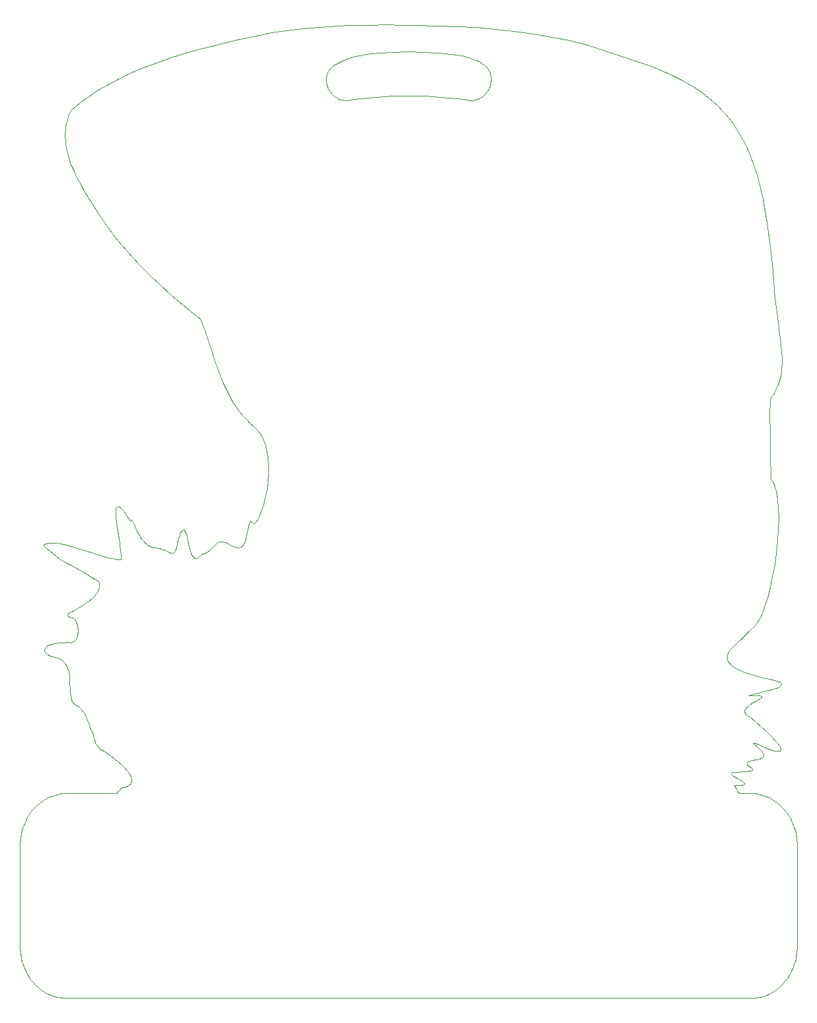
<source format=gbr>
%TF.GenerationSoftware,KiCad,Pcbnew,7.0.10*%
%TF.CreationDate,2024-02-21T12:16:21-06:00*%
%TF.ProjectId,B-Sides 2024,422d5369-6465-4732-9032-3032342e6b69,rev?*%
%TF.SameCoordinates,Original*%
%TF.FileFunction,Profile,NP*%
%FSLAX46Y46*%
G04 Gerber Fmt 4.6, Leading zero omitted, Abs format (unit mm)*
G04 Created by KiCad (PCBNEW 7.0.10) date 2024-02-21 12:16:21*
%MOMM*%
%LPD*%
G01*
G04 APERTURE LIST*
%TA.AperFunction,Profile*%
%ADD10C,0.123989*%
%TD*%
%TA.AperFunction,Profile*%
%ADD11C,0.090406*%
%TD*%
G04 APERTURE END LIST*
D10*
X71922668Y-95343479D02*
X71799856Y-94995232D01*
X56572201Y-98999310D02*
X57029539Y-99265545D01*
X57117292Y-116071633D02*
X57153897Y-116257120D01*
X141048269Y-41530189D02*
X140546534Y-40962677D01*
X56849737Y-112951531D02*
X56931109Y-113401145D01*
X81857339Y-91370678D02*
X81613141Y-92155905D01*
X56486143Y-43072709D02*
X56432236Y-43513481D01*
X52386491Y-130506166D02*
X52188520Y-130739599D01*
X144587352Y-115806978D02*
X145493618Y-115580486D01*
D11*
X110748692Y-38087122D02*
X110694965Y-38206000D01*
D10*
X76810814Y-96333452D02*
X76658182Y-96296267D01*
X145392631Y-154678863D02*
X145682754Y-154603969D01*
X148079646Y-122930875D02*
X148069569Y-122820703D01*
X56935732Y-105457967D02*
X56836325Y-105541654D01*
X145796266Y-52369373D02*
X145463515Y-50886136D01*
D11*
X91393950Y-34859314D02*
X91560537Y-34773630D01*
X109775178Y-34944406D02*
X110036287Y-35128246D01*
X90112133Y-38206173D02*
X90058391Y-38087267D01*
D10*
X147292050Y-129511143D02*
X147041334Y-129349485D01*
X144565443Y-122071228D02*
X144696349Y-122096686D01*
X60503305Y-102781814D02*
X60364468Y-102990485D01*
X146675315Y-79621950D02*
X146698338Y-78714777D01*
X147769522Y-153481732D02*
X147995533Y-153282313D01*
X63249566Y-91762852D02*
X63137549Y-91740583D01*
X145576576Y-105660967D02*
X145975333Y-104652543D01*
X55776434Y-109229306D02*
X55496883Y-109260724D01*
X147191686Y-88911299D02*
X147015851Y-88593009D01*
X54023621Y-154153540D02*
X54288954Y-154287942D01*
X63058484Y-128474208D02*
X63037598Y-128507458D01*
X147772584Y-91929648D02*
X147664307Y-90741017D01*
X53757914Y-110166867D02*
X53764953Y-110255487D01*
X142745516Y-127517714D02*
X142973300Y-127493971D01*
X51501212Y-151580581D02*
X51656611Y-151853534D01*
X142770121Y-43959707D02*
X141964016Y-42714560D01*
X57843794Y-106629234D02*
X57896216Y-106755870D01*
X70834108Y-96057966D02*
X70743881Y-96540459D01*
X142028228Y-109691740D02*
X144730911Y-107022146D01*
X60022387Y-103386108D02*
X59824936Y-103573133D01*
X50905164Y-133263246D02*
X50824738Y-133582989D01*
X144696349Y-122096686D02*
X145000566Y-122209908D01*
X132456070Y-35738542D02*
X131462826Y-35348373D01*
X144805929Y-116764088D02*
X145405911Y-116398840D01*
X141204070Y-111016411D02*
X141240107Y-110817131D01*
D11*
X91486705Y-39516698D02*
X91367810Y-39462811D01*
D10*
X134397597Y-36594317D02*
X133435302Y-36152471D01*
X56729548Y-105689265D02*
X56727972Y-105753263D01*
D11*
X90305827Y-38543273D02*
X90236019Y-38434344D01*
D10*
X53271843Y-129685813D02*
X53037226Y-129873062D01*
D11*
X89972751Y-36292988D02*
X90013733Y-36189626D01*
D10*
X55001825Y-109346055D02*
X54786033Y-109398862D01*
X148162423Y-114468700D02*
X148084117Y-114393246D01*
X143342492Y-127188825D02*
X143277796Y-127117426D01*
X111471981Y-30552720D02*
X109056142Y-30346609D01*
D11*
X90726766Y-39029626D02*
X90633554Y-38940688D01*
X106506457Y-39464650D02*
X104566242Y-39277906D01*
D10*
X147112705Y-77376863D02*
X147220035Y-77212487D01*
X70657587Y-96928021D02*
X70614806Y-97088802D01*
X81360775Y-82390256D02*
X81591610Y-82772101D01*
X143482794Y-113040134D02*
X142948545Y-112828440D01*
D11*
X96239434Y-39280057D02*
X94300186Y-39467376D01*
D10*
X57257362Y-116594862D02*
X57326958Y-116744967D01*
X60582956Y-122564643D02*
X60635872Y-122625091D01*
X144120501Y-125686257D02*
X144247757Y-125653963D01*
X145607107Y-116089606D02*
X145532458Y-116051578D01*
X64815440Y-93556298D02*
X64784348Y-93617811D01*
X143277796Y-127117426D02*
X143078802Y-126963360D01*
X145000566Y-122209908D02*
X146257431Y-122747801D01*
X63047723Y-91768836D02*
X62978548Y-91844225D01*
X147345801Y-76988217D02*
X147491617Y-76690471D01*
X142311147Y-127882623D02*
X142216744Y-127721305D01*
X118709286Y-31573612D02*
X116314797Y-31166861D01*
D11*
X91091094Y-35034717D02*
X91237555Y-34946351D01*
D10*
X147343706Y-89289543D02*
X147191686Y-88911299D01*
X62819155Y-57241461D02*
X63552022Y-58151103D01*
X142525843Y-128237466D02*
X142496290Y-128190528D01*
X64221907Y-127688230D02*
X63938051Y-127787949D01*
X62877556Y-92549422D02*
X62910929Y-93096797D01*
D11*
X90177047Y-35885663D02*
X90245806Y-35786466D01*
D10*
X57413694Y-109139387D02*
X57319056Y-109172745D01*
X64919274Y-93523204D02*
X64882639Y-93510533D01*
X64882639Y-93510533D02*
X64848115Y-93521052D01*
X147041337Y-154005301D02*
X147292054Y-153843643D01*
X50758104Y-133909074D02*
X50705632Y-134241083D01*
X142714696Y-128488327D02*
X142698701Y-128473141D01*
X142800804Y-128535270D02*
X142786848Y-128531636D01*
X53764953Y-110255487D02*
X53791396Y-110344041D01*
D11*
X105079677Y-33672007D02*
X105883176Y-33762740D01*
D10*
X57715276Y-106397236D02*
X57783507Y-106509350D01*
X57167389Y-47921217D02*
X57526279Y-48786159D01*
X58005099Y-108169721D02*
X57976178Y-108303467D01*
D11*
X90599382Y-35400964D02*
X90708710Y-35307534D01*
X91990543Y-39673771D02*
X91860682Y-39643611D01*
D10*
X63423762Y-96697857D02*
X63509295Y-97401279D01*
D11*
X110426522Y-38648216D02*
X110346871Y-38749603D01*
X105883176Y-33762740D02*
X106607318Y-33870740D01*
D10*
X138018944Y-38724060D02*
X137153629Y-38128953D01*
X138852706Y-39367880D02*
X138018944Y-38724060D01*
X56314629Y-154806369D02*
X56623613Y-154815092D01*
D11*
X91733310Y-39607267D02*
X91608594Y-39564907D01*
D10*
X56642566Y-112320383D02*
X56724795Y-112523562D01*
D11*
X91560537Y-34773630D02*
X91737577Y-34689324D01*
D10*
X56400291Y-109191733D02*
X56077523Y-109206125D01*
X147004015Y-100728463D02*
X147271244Y-99235426D01*
X75521693Y-96791707D02*
X75375487Y-96969861D01*
X55709509Y-154737839D02*
X56009804Y-154780479D01*
X56979856Y-113863803D02*
X57006924Y-114330900D01*
X142515129Y-125788110D02*
X143217819Y-125784307D01*
X58043093Y-107454716D02*
X58049970Y-107600494D01*
X54417212Y-109521990D02*
X54263899Y-109591204D01*
X56542021Y-45725331D02*
X56630937Y-46167063D01*
D11*
X108685091Y-39695508D02*
X108550818Y-39712599D01*
D10*
X54288954Y-129066851D02*
X54023620Y-129201254D01*
X143345920Y-127372034D02*
X143380843Y-127316833D01*
X144065834Y-118716001D02*
X143836128Y-118590828D01*
X145405911Y-116398840D02*
X145584591Y-116252998D01*
X145073836Y-49427514D02*
X144618442Y-47999533D01*
X144183128Y-154815092D02*
X144492114Y-154806369D01*
X80459998Y-93836211D02*
X80360910Y-93749418D01*
X145126736Y-124192843D02*
X145376619Y-124140645D01*
X73234119Y-98410866D02*
X73097928Y-98408401D01*
X58926667Y-104250166D02*
X58453013Y-104546550D01*
X147472655Y-89723441D02*
X147343706Y-89289543D01*
D11*
X90061270Y-36087268D02*
X90115622Y-35985939D01*
D10*
X145584591Y-116252998D02*
X145629002Y-116190734D01*
X149807733Y-150404538D02*
X149901581Y-150091552D01*
X74425710Y-69520360D02*
X75038280Y-71340185D01*
D11*
X110173700Y-38940196D02*
X110080518Y-39029065D01*
D10*
X60211022Y-121766078D02*
X60258012Y-121923037D01*
X145159789Y-106462294D02*
X145576576Y-105660967D01*
D11*
X110501326Y-38542993D02*
X110426522Y-38648216D01*
D10*
X113896947Y-30826350D02*
X111471981Y-30552720D01*
X74824538Y-97500326D02*
X74704099Y-97577139D01*
X53770421Y-110078736D02*
X53757914Y-110166867D01*
D11*
X89857055Y-36823977D02*
X89869165Y-36715972D01*
X91237555Y-34946351D02*
X91393950Y-34859314D01*
D10*
X145975333Y-104652543D02*
X146350119Y-103471399D01*
X63599928Y-127871527D02*
X63489078Y-127976226D01*
X116314797Y-31166861D02*
X113896947Y-30826350D01*
X136259684Y-37578399D02*
X135340032Y-37068240D01*
X145967236Y-154513573D02*
X146245706Y-154408092D01*
X58028821Y-107309583D02*
X58043093Y-107454716D01*
D11*
X91367810Y-39462811D02*
X91252078Y-39403411D01*
D10*
X148098879Y-114757682D02*
X148165957Y-114687285D01*
D11*
X90322160Y-35688373D02*
X90406367Y-35591408D01*
D10*
X63018567Y-128539701D02*
X56623613Y-128539701D01*
D11*
X90406367Y-35591408D02*
X90498687Y-35495596D01*
D10*
X141753258Y-125961960D02*
X141809088Y-125911225D01*
X148084117Y-114393246D02*
X147962811Y-114316431D01*
X146478388Y-115343281D02*
X146946984Y-115219894D01*
X148228675Y-72659875D02*
X148183841Y-71860019D01*
X55091750Y-111104273D02*
X55322249Y-111155590D01*
D11*
X91608594Y-39564907D02*
X91486705Y-39516698D01*
D10*
X144946490Y-106774553D02*
X145159789Y-106462294D01*
X142786848Y-128531636D02*
X142772942Y-128526612D01*
X54131128Y-109664782D02*
X54018756Y-109742168D01*
X80360910Y-93749418D02*
X80273626Y-93701415D01*
X73382487Y-98360912D02*
X73234119Y-98410866D01*
X71586951Y-94739397D02*
X71504841Y-94744386D01*
D11*
X96506875Y-33633784D02*
X98368340Y-33521049D01*
D10*
X147737927Y-123140941D02*
X147885829Y-123126667D01*
X145910692Y-123697142D02*
X145902546Y-123582471D01*
X76518733Y-96275002D02*
X76391303Y-96268607D01*
X62879527Y-92319349D02*
X62877556Y-92549422D01*
X146946984Y-115219894D02*
X147371330Y-115092908D01*
X53514694Y-129511151D02*
X53271843Y-129685813D01*
X147490740Y-97707179D02*
X147656563Y-96178100D01*
X143816891Y-124919835D02*
X143767293Y-124861259D01*
X80088071Y-81082782D02*
X80474864Y-81422167D01*
X95180563Y-30039807D02*
X92714546Y-30104362D01*
X76267694Y-74989012D02*
X76621023Y-75879662D01*
D11*
X89909409Y-36502622D02*
X89938062Y-36397328D01*
D10*
X60702946Y-101375479D02*
X60759560Y-101628419D01*
X63586150Y-124826123D02*
X64009613Y-125234623D01*
X56545340Y-112125842D02*
X56642566Y-112320383D01*
X73909372Y-97848555D02*
X73719240Y-98084554D01*
X145902546Y-123582471D02*
X145865450Y-123462655D01*
X77576473Y-96662359D02*
X77359458Y-96551009D01*
X77008199Y-76753643D02*
X77436951Y-77606931D01*
X147271244Y-99235426D02*
X147490740Y-97707179D01*
X63509295Y-97401279D02*
X63560409Y-98035894D01*
X142624325Y-128383527D02*
X142602353Y-128352837D01*
X54822564Y-97829045D02*
X55244525Y-98142016D01*
X76658182Y-96296267D02*
X76518733Y-96275002D01*
X72858581Y-98265401D02*
X72753680Y-98134462D01*
X59745007Y-120471227D02*
X59818764Y-120601179D01*
X146815460Y-88338968D02*
X146727738Y-84743613D01*
X63564784Y-98574613D02*
X63007783Y-98531159D01*
X141908902Y-125867768D02*
X142056987Y-125832294D01*
X57729274Y-108869952D02*
X57659982Y-108955676D01*
X148618228Y-152615195D02*
X148806112Y-152371258D01*
X59855494Y-120660108D02*
X59889348Y-120721891D01*
X78450100Y-79235336D02*
X79049954Y-80002407D01*
X50705632Y-149113717D02*
X50758104Y-149445725D01*
X59202983Y-118984174D02*
X59300060Y-119233366D01*
D11*
X95653052Y-33716170D02*
X96506875Y-33633784D01*
D10*
X68392949Y-63207266D02*
X70135256Y-64766043D01*
X78456316Y-97040102D02*
X78261830Y-96997657D01*
X50999012Y-132950259D02*
X50905164Y-133263246D01*
X58374496Y-50478996D02*
X58843469Y-51301782D01*
X54839510Y-154513573D02*
X55123992Y-154603969D01*
X54263899Y-109591204D02*
X54131128Y-109664782D01*
X51357382Y-151298788D02*
X51501212Y-151580581D01*
X63950329Y-92424880D02*
X63734154Y-92166658D01*
D11*
X110955988Y-37180632D02*
X110945640Y-37316916D01*
X109667749Y-39337757D02*
X109555389Y-39402391D01*
D10*
X70280770Y-97695288D02*
X70222789Y-97720265D01*
X70135256Y-64766043D02*
X71919467Y-66276190D01*
X142729961Y-128501053D02*
X142714696Y-128488327D01*
X53037227Y-153481732D02*
X53271843Y-153668981D01*
X65619804Y-94923696D02*
X65092221Y-93774988D01*
X135340032Y-37068240D02*
X134397597Y-36594317D01*
D11*
X110596790Y-35717979D02*
X110718401Y-35926299D01*
D10*
X56931109Y-113401145D02*
X56979856Y-113863803D01*
X52594180Y-130283655D02*
X52386491Y-130506166D01*
D11*
X107238590Y-33996000D02*
X107790399Y-34134166D01*
X94300186Y-39467376D02*
X93390973Y-39588984D01*
D10*
X78047599Y-96916834D02*
X77812496Y-96794874D01*
X55871090Y-96555797D02*
X55265672Y-96452637D01*
X148183841Y-71860019D02*
X148104102Y-71027712D01*
X70743881Y-96540459D02*
X70657587Y-96928021D01*
X64308822Y-59039783D02*
X65087874Y-59908601D01*
X147314280Y-114077443D02*
X146618133Y-113910612D01*
D11*
X92257055Y-39714867D02*
X92122723Y-39697579D01*
D10*
X54561041Y-154408092D02*
X54839510Y-154513573D01*
X50636899Y-148086309D02*
X50644659Y-148433592D01*
X143836128Y-118590828D02*
X143662686Y-118464130D01*
X60754999Y-122736897D02*
X60821744Y-122787825D01*
X141809088Y-125911225D02*
X141908902Y-125867768D01*
X72657464Y-97970294D02*
X72569060Y-97777694D01*
X75398041Y-32659275D02*
X72673551Y-33380240D01*
X56150002Y-111604796D02*
X56300426Y-111766973D01*
X143753853Y-125741816D02*
X144120501Y-125686257D01*
X77812496Y-96794874D02*
X77576473Y-96662359D01*
X60821744Y-122787825D02*
X60893634Y-122835150D01*
X148137390Y-74542531D02*
X148182748Y-74177465D01*
X68531224Y-34698560D02*
X67159450Y-35209664D01*
X129445992Y-34622676D02*
X127408187Y-33942110D01*
D11*
X92122723Y-39697579D02*
X91990543Y-39673771D01*
X107790399Y-34134166D02*
X108286970Y-34280691D01*
D10*
X78037290Y-32044813D02*
X75398041Y-32659275D01*
X58263460Y-117558123D02*
X58372320Y-117661751D01*
X150048640Y-133909066D02*
X149982006Y-133582982D01*
X149305533Y-131774207D02*
X149150134Y-131501253D01*
D11*
X108550818Y-39712599D02*
X108414565Y-39722988D01*
D10*
X144492114Y-154806369D02*
X144796940Y-154780479D01*
X143380843Y-127316833D02*
X143378271Y-127255529D01*
X133435302Y-36152471D02*
X132456070Y-35738542D01*
X57896216Y-106755870D02*
X57940851Y-106888240D01*
X67875116Y-97043440D02*
X67672089Y-97006400D01*
X66241040Y-95961849D02*
X66008254Y-95623604D01*
X57584235Y-109029836D02*
X57502113Y-109091412D01*
D11*
X90380653Y-38648540D02*
X90305827Y-38543273D01*
D10*
X56473728Y-45282961D02*
X56542021Y-45725331D01*
X141313869Y-110609512D02*
X141427459Y-110393358D01*
X143986815Y-124450729D02*
X144134897Y-124393866D01*
X80476871Y-31487799D02*
X79257094Y-31752393D01*
X72569060Y-97777694D02*
X72412197Y-97326393D01*
X145967234Y-128841212D02*
X145682752Y-128750817D01*
X141964016Y-42714560D02*
X141048269Y-41530189D01*
X78932567Y-96964718D02*
X78790557Y-97020876D01*
X55238728Y-109299825D02*
X55001825Y-109346055D01*
D11*
X109439700Y-39461672D02*
X109320850Y-39515432D01*
X108947022Y-39641897D02*
X108817215Y-39671885D01*
D10*
X68637082Y-97201392D02*
X68463525Y-97154360D01*
X63154516Y-36987715D02*
X61876189Y-37669059D01*
D11*
X110880080Y-36358762D02*
X110925577Y-36582308D01*
D10*
X66502351Y-96275870D02*
X66367998Y-96122657D01*
X82390287Y-85498238D02*
X82464205Y-86508925D01*
X51656611Y-151853534D02*
X51823209Y-152117232D01*
X50667694Y-134578599D02*
X50644659Y-134921208D01*
X149700834Y-150710350D02*
X149807733Y-150404538D01*
X148212568Y-153071139D02*
X148420256Y-152848628D01*
X57974020Y-97126342D02*
X57237306Y-96903943D01*
X137153629Y-38128953D02*
X136259684Y-37578399D01*
X58027017Y-108031533D02*
X58005099Y-108169721D01*
X59440249Y-39177489D02*
X58294549Y-40008822D01*
X147544072Y-123126681D02*
X147737927Y-123140941D01*
X50999012Y-150404538D02*
X51105911Y-150710350D01*
X142056987Y-125832294D02*
X142515129Y-125788110D01*
X50824738Y-133582989D02*
X50758104Y-133909074D01*
X75038280Y-71340185D02*
X75631665Y-73173797D01*
X52188520Y-130739599D02*
X52000635Y-130983537D01*
D11*
X91737577Y-34689324D02*
X91925330Y-34606422D01*
D10*
X53904681Y-96562336D02*
X53760046Y-96656572D01*
X58824211Y-118234820D02*
X58967471Y-118481314D01*
X68463525Y-97154360D02*
X68278974Y-97111664D01*
X149700833Y-132644439D02*
X149581253Y-132346217D01*
X56679999Y-42195317D02*
X56568307Y-42633214D01*
X145386249Y-122839060D02*
X145132455Y-122606273D01*
X143475371Y-45259603D02*
X142770121Y-43959707D01*
X144554942Y-122087649D02*
X144565443Y-122071228D01*
X58886247Y-100294240D02*
X59806579Y-100819080D01*
X146660941Y-122894445D02*
X147008162Y-123005257D01*
X57462139Y-106117690D02*
X57554671Y-106200388D01*
X53854643Y-109906154D02*
X53802617Y-109991648D01*
X79271673Y-96643139D02*
X79171998Y-96773093D01*
X79614713Y-95762184D02*
X79504056Y-96149777D01*
X62978548Y-91844225D02*
X62928483Y-91963365D01*
D11*
X108731019Y-34435276D02*
X109125259Y-34597622D01*
X89847560Y-37042525D02*
X89849940Y-36932837D01*
D10*
X82464205Y-86508925D02*
X82459222Y-87535174D01*
X70482605Y-97451617D02*
X70435773Y-97536179D01*
X145097234Y-128616947D02*
X144796939Y-128574306D01*
D11*
X110444378Y-35515331D02*
X110596790Y-35717979D01*
X108286970Y-34280691D02*
X108731019Y-34435276D01*
D10*
X53271843Y-153668981D02*
X53514695Y-153843643D01*
X80474864Y-81422167D02*
X80803696Y-81712632D01*
D11*
X90498687Y-35495596D02*
X90599382Y-35400964D01*
D10*
X150169845Y-135268484D02*
X150162085Y-134921200D01*
X81964342Y-83608571D02*
X82108827Y-84057882D01*
D11*
X110571113Y-38434104D02*
X110501326Y-38542993D01*
D10*
X147962811Y-114316431D02*
X147795843Y-114238218D01*
X53514695Y-153843643D02*
X53765411Y-154005301D01*
X150162085Y-134921200D02*
X150139050Y-134578592D01*
X97656249Y-30023231D02*
X95180563Y-30039807D01*
X76621023Y-75879662D02*
X77008199Y-76753643D01*
X56404102Y-44397582D02*
X56427332Y-44840271D01*
X147015851Y-88593009D02*
X146815460Y-88338968D01*
X142814964Y-128537725D02*
X142800804Y-128535270D01*
D11*
X109320850Y-39515432D02*
X109199008Y-39563502D01*
D10*
X67294296Y-96874133D02*
X67119003Y-96781984D01*
X59391701Y-103925790D02*
X58926667Y-104250166D01*
X56623613Y-154815092D02*
X144183128Y-154815092D01*
X146727738Y-84743613D02*
X146677357Y-81842532D01*
X144608573Y-113400173D02*
X144041745Y-113230190D01*
D11*
X90460329Y-38749977D02*
X90380653Y-38648540D01*
D10*
X57326958Y-116744967D02*
X57410288Y-116881126D01*
X145803418Y-123339198D02*
X145620611Y-123087381D01*
X81352158Y-92829161D02*
X81084741Y-93369191D01*
D11*
X110951134Y-36810332D02*
X110959465Y-37042536D01*
X102328178Y-33503496D02*
X104210336Y-33598550D01*
D10*
X143947003Y-125035385D02*
X143816891Y-124919835D01*
D11*
X109472408Y-34767432D02*
X109775178Y-34944406D01*
X90633554Y-38940688D02*
X90544685Y-38847416D01*
D10*
X75216772Y-97152944D02*
X75129812Y-97243711D01*
X67159450Y-35209664D02*
X65802102Y-35760142D01*
X70435773Y-97536179D02*
X70386819Y-97604285D01*
D11*
X98292451Y-39167350D02*
X96239434Y-39280057D01*
D10*
X60258012Y-121923037D02*
X60311677Y-122076776D01*
D11*
X110346871Y-38749603D02*
X110262541Y-38846985D01*
D10*
X146245703Y-128946693D02*
X145967234Y-128841212D01*
X57200131Y-116431888D02*
X57257362Y-116594862D01*
X146733691Y-58427932D02*
X146326123Y-55385584D01*
X63037598Y-128507458D02*
X63018567Y-128539701D01*
X81084741Y-93369191D02*
X80821244Y-93754740D01*
X71504841Y-94744386D02*
X71415706Y-94802505D01*
X56405313Y-43955212D02*
X56404102Y-44397582D01*
X71318673Y-94918551D02*
X71212870Y-95097323D01*
X149982007Y-149771809D02*
X150048641Y-149445725D01*
X106665675Y-30208657D02*
X104316822Y-30139502D01*
X143929923Y-116025213D02*
X144216887Y-115916974D01*
X143767293Y-124861259D02*
X143731974Y-124802357D01*
X142681822Y-128455281D02*
X142663904Y-128434535D01*
X141395099Y-111734051D02*
X141301271Y-111566172D01*
D11*
X90236019Y-38434344D02*
X90171398Y-38321921D01*
D10*
X141983775Y-126300154D02*
X141806788Y-126150789D01*
X69865564Y-97681477D02*
X69682979Y-97608989D01*
X127408187Y-33942110D02*
X125372798Y-33273401D01*
X77359458Y-96551009D02*
X77160287Y-96459773D01*
X147664307Y-90741017D02*
X147472655Y-89723441D01*
X60693130Y-122682580D02*
X60754999Y-122736897D01*
X74428210Y-97711382D02*
X74270430Y-97766714D01*
X72153812Y-96293714D02*
X71922668Y-95343479D01*
X60311677Y-122076776D02*
X60374157Y-122225573D01*
X147324883Y-65139099D02*
X147216924Y-63972990D01*
X79504056Y-96149777D02*
X79436575Y-96328724D01*
X142772942Y-128526612D02*
X142758929Y-128519982D01*
X75036230Y-97332563D02*
X74934860Y-97418451D01*
X56724795Y-112523562D02*
X56793396Y-112734303D01*
D11*
X90925547Y-39193825D02*
X90824153Y-39114061D01*
D10*
X141782535Y-109934668D02*
X142028228Y-109691740D01*
X60447590Y-122367707D02*
X60489082Y-122435736D01*
X148618225Y-130739591D02*
X148420253Y-130506159D01*
X62111904Y-56309756D02*
X62819155Y-57241461D01*
D11*
X89931998Y-37713286D02*
X89902039Y-37583431D01*
D10*
X144088549Y-46608220D02*
X143475371Y-45259603D01*
X146517793Y-154287942D02*
X146783127Y-154153540D01*
X79974841Y-93946810D02*
X79898521Y-94220042D01*
D11*
X94166796Y-33933017D02*
X94868522Y-33815911D01*
D10*
X66008254Y-95623604D02*
X65801880Y-95273449D01*
X74092908Y-68625677D02*
X74425710Y-69520360D01*
X141427459Y-110393358D02*
X141582980Y-110168475D01*
X145234898Y-116002681D02*
X144711845Y-115992779D01*
X149982006Y-133582982D02*
X149901580Y-133263238D01*
X80020003Y-93842197D02*
X79974841Y-93946810D01*
X62895989Y-92122868D02*
X62879527Y-92319349D01*
X76069470Y-96328150D02*
X75978462Y-96370744D01*
D11*
X89878448Y-37451260D02*
X89861392Y-37316940D01*
D10*
X63938051Y-127787949D02*
X63599928Y-127871527D01*
X71662908Y-94782740D02*
X71586951Y-94739397D01*
X72412197Y-97326393D02*
X72153812Y-96293714D01*
X63106208Y-128404463D02*
X63081322Y-128439895D01*
X150169845Y-148086309D02*
X150169845Y-135268484D01*
X52188520Y-152615195D02*
X52386492Y-152848628D01*
D11*
X110036287Y-35128246D02*
X110258448Y-35318654D01*
X89869165Y-36715972D02*
X89886529Y-36608845D01*
D10*
X56965262Y-105906456D02*
X57134688Y-105944708D01*
X56009803Y-128574314D02*
X55709509Y-128616955D01*
X55414114Y-128675930D02*
X55123991Y-128750824D01*
X144405032Y-125581120D02*
X144441012Y-125540881D01*
X144321101Y-124337914D02*
X144548406Y-124283027D01*
D11*
X110905003Y-37583373D02*
X110875052Y-37713209D01*
D10*
X76167836Y-96296230D02*
X76069470Y-96328150D01*
X62201208Y-123713914D02*
X62660350Y-124056666D01*
X54684413Y-110983736D02*
X54879091Y-111046804D01*
X149449363Y-132056000D02*
X149305533Y-131774207D01*
X147995529Y-130072474D02*
X147769518Y-129873054D01*
X54507859Y-110915623D02*
X54684413Y-110983736D01*
X63083823Y-94445654D02*
X63316126Y-95952720D01*
X50824738Y-149771809D02*
X50905164Y-150091552D01*
X63390687Y-128073974D02*
X63303980Y-128165223D01*
X58843469Y-51301782D02*
X59820255Y-52887312D01*
X144796940Y-154780479D02*
X145097236Y-154737839D01*
X121064173Y-32045965D02*
X118709286Y-31573612D01*
X56568307Y-42633214D02*
X56486143Y-43072709D01*
X75978462Y-96370744D02*
X75893647Y-96422962D01*
X57894485Y-117277285D02*
X58024844Y-117365442D01*
X143448110Y-117950441D02*
X143493406Y-117822382D01*
X72673551Y-33380240D02*
X71294231Y-33785973D01*
D11*
X109199008Y-39563502D02*
X109074342Y-39605713D01*
D10*
X148182748Y-74177465D02*
X148230883Y-73431087D01*
X57554671Y-106200388D02*
X57639023Y-106293910D01*
X57029539Y-99265545D02*
X58886247Y-100294240D01*
X58570654Y-117881337D02*
X58660730Y-117996399D01*
X61398427Y-123157877D02*
X62201208Y-123713914D01*
X148983538Y-152117232D02*
X149150136Y-151853534D01*
X69682979Y-97608989D02*
X69230239Y-97412086D01*
X65887495Y-60758657D02*
X66706002Y-61591053D01*
X150101112Y-134241075D02*
X150048640Y-133909066D01*
X82253966Y-89549335D02*
X82074398Y-90494736D01*
X54728103Y-96411812D02*
X54488525Y-96418303D01*
X143146437Y-127461307D02*
X143269214Y-127420427D01*
X147041334Y-129349485D02*
X146783124Y-129201246D01*
D11*
X90171398Y-38321921D02*
X90112133Y-38206173D01*
D10*
X148230883Y-73431087D02*
X148228675Y-72659875D01*
X78632182Y-97046922D02*
X78456316Y-97040102D01*
X57572552Y-105056502D02*
X57212098Y-105270651D01*
X55496883Y-109260724D02*
X55238728Y-109299825D01*
X64958286Y-93557524D02*
X64919274Y-93523204D01*
X143217819Y-125784307D02*
X143753853Y-125741816D01*
X57111435Y-109191534D02*
X56744881Y-109186685D01*
D11*
X90544685Y-38847416D02*
X90460329Y-38749977D01*
D10*
X147371330Y-115092908D02*
X147730135Y-114962016D01*
X53837100Y-110431978D02*
X53901924Y-110518742D01*
D11*
X90013733Y-36189626D02*
X90061270Y-36087268D01*
X109555389Y-39402391D02*
X109439700Y-39461672D01*
D10*
X144041745Y-113230190D02*
X143482794Y-113040134D01*
X63303980Y-128165223D02*
X63228181Y-128250420D01*
X142578719Y-128318407D02*
X142553268Y-128280021D01*
X65802102Y-35760142D02*
X64465139Y-36352117D01*
X55709509Y-128616955D02*
X55414114Y-128675930D01*
X57977778Y-107025328D02*
X58007075Y-107166115D01*
X143793093Y-124566566D02*
X143873874Y-124508347D01*
X79049954Y-80002407D02*
X79376582Y-80372399D01*
X149449365Y-151298788D02*
X149581254Y-151008572D01*
X56793396Y-112734303D02*
X56849737Y-112951531D01*
X76274726Y-96276032D02*
X76167836Y-96296230D01*
X72753680Y-98134462D02*
X72657464Y-97970294D01*
X144370088Y-125358084D02*
X144247444Y-125255747D01*
X74704099Y-97577139D02*
X74572378Y-97647840D01*
X64868646Y-127150709D02*
X64774864Y-127303611D01*
X145865450Y-123462655D02*
X145803418Y-123339198D01*
X147534905Y-153668981D02*
X147769522Y-153481732D01*
X59889348Y-120721891D02*
X59949496Y-120853162D01*
D11*
X92124055Y-34524948D02*
X92334013Y-34444927D01*
D10*
X142602353Y-128352837D02*
X142578719Y-128318407D01*
X63316126Y-95952720D02*
X63423762Y-96697857D01*
D11*
X110945640Y-37316916D02*
X110928588Y-37451219D01*
D10*
X59806579Y-100819080D02*
X60258631Y-101092183D01*
X148076551Y-74902816D02*
X148137390Y-74542531D01*
X140546534Y-40962677D02*
X140014094Y-40412620D01*
D11*
X109776610Y-39267939D02*
X109667749Y-39337757D01*
X91925330Y-34606422D02*
X92124055Y-34524948D01*
D10*
X58007075Y-107166115D02*
X58028821Y-107309583D01*
X59949496Y-120853162D02*
X60001348Y-120993270D01*
X66706002Y-61591053D02*
X67541714Y-62406889D01*
X147851460Y-122381000D02*
X147724744Y-122204118D01*
X56121089Y-98724846D02*
X56572201Y-98999310D01*
X148054105Y-123019810D02*
X148079646Y-122930875D01*
X148212565Y-130283647D02*
X147995529Y-130072474D01*
X60047043Y-121140492D02*
X60211022Y-121766078D01*
X75737936Y-96552077D02*
X75664710Y-96626875D01*
X60364468Y-102990485D02*
X60203196Y-103191904D01*
X59606800Y-120131527D02*
X59675156Y-120313481D01*
X64936602Y-126814690D02*
X64921658Y-126987356D01*
X146080873Y-53871198D02*
X145796266Y-52369373D01*
X59537524Y-119928952D02*
X59606800Y-120131527D01*
X142216744Y-127721305D02*
X142108848Y-127535620D01*
X144442558Y-125453542D02*
X144414085Y-125406750D01*
X147904573Y-75610949D02*
X147999267Y-75258797D01*
X56744881Y-109186685D02*
X56400291Y-109191733D01*
X60759560Y-101628419D02*
X60776357Y-101873891D01*
X55979109Y-111455559D02*
X56150002Y-111604796D01*
X145682752Y-128750817D02*
X145392629Y-128675923D01*
X143716094Y-124684188D02*
X143741494Y-124625231D01*
X73543903Y-98253741D02*
X73382487Y-98360912D01*
X141831419Y-112194293D02*
X141662276Y-112047915D01*
X143493406Y-117822382D02*
X143569935Y-117695305D01*
X63194130Y-128290891D02*
X63162516Y-128330017D01*
X72973039Y-98358313D02*
X72858581Y-98265401D01*
X79359489Y-96494097D02*
X79271673Y-96643139D01*
X75813860Y-96483756D02*
X75737936Y-96552077D01*
X58294549Y-40008822D02*
X57204970Y-40894401D01*
X79436575Y-96328724D02*
X79359489Y-96494097D01*
X143078802Y-126963360D02*
X142522485Y-126629877D01*
D11*
X89851042Y-37180639D02*
X89847564Y-37042526D01*
D10*
X147491617Y-76690471D02*
X147659095Y-76305666D01*
X60616809Y-102565856D02*
X60503305Y-102781814D01*
X60776357Y-101873891D02*
X60756232Y-102111931D01*
X59300060Y-119233366D02*
X59386567Y-119476284D01*
X146245706Y-154408092D02*
X146517793Y-154287942D01*
X60756232Y-102111931D02*
X60702084Y-102342573D01*
X144183128Y-128539694D02*
X142912933Y-128539694D01*
X148069569Y-122820703D02*
X148026456Y-122691117D01*
X59824936Y-103573133D02*
X59391701Y-103925790D01*
D11*
X110080518Y-39029065D02*
X109983164Y-39113424D01*
D10*
X144548406Y-124283027D02*
X144819793Y-124229360D01*
X50644659Y-134921208D02*
X50636899Y-135268492D01*
X60374157Y-122225573D02*
X60409370Y-122297581D01*
X74270430Y-97766714D02*
X74097872Y-97812788D01*
X54018756Y-109742168D02*
X53926642Y-109822810D01*
X71733585Y-94869618D02*
X71662908Y-94782740D01*
X71294231Y-33785973D02*
X69911470Y-34224704D01*
X57526279Y-48786159D02*
X57932040Y-49639604D01*
X147990360Y-123085682D02*
X148027169Y-123055742D01*
D11*
X91030778Y-39268750D02*
X90925547Y-39193825D01*
D10*
X145620611Y-123087381D02*
X145386249Y-122839060D01*
X148002108Y-114826910D02*
X148098879Y-114757682D01*
X142973300Y-127493971D02*
X143146437Y-127461307D01*
D11*
X89968155Y-37840655D02*
X89931998Y-37713286D01*
D10*
X144134897Y-124393866D02*
X144321101Y-124337914D01*
D11*
X110796728Y-37965252D02*
X110748692Y-38087122D01*
D10*
X53901924Y-110518742D02*
X53985726Y-110603782D01*
D11*
X90954306Y-35124386D02*
X91091094Y-35034717D01*
D10*
X147803425Y-93254957D02*
X147772584Y-91929648D01*
X141240107Y-110817131D02*
X141313869Y-110609512D01*
X56764801Y-105810769D02*
X56842932Y-105861821D01*
X144796939Y-128574306D02*
X144492113Y-128548416D01*
X56997058Y-41325591D02*
X56822492Y-41759336D01*
X148420256Y-152848628D02*
X148618228Y-152615195D01*
X56623613Y-128539701D02*
X56314629Y-128548424D01*
D11*
X108817215Y-39671885D02*
X108685091Y-39695508D01*
D10*
X66367998Y-96122657D02*
X66241040Y-95961849D01*
X147216924Y-63972990D02*
X147135809Y-62743960D01*
D11*
X91860682Y-39643611D02*
X91733310Y-39607267D01*
D10*
X52811216Y-153282313D02*
X53037227Y-153481732D01*
X55244525Y-98142016D02*
X55677948Y-98439848D01*
X149150134Y-131501253D02*
X148983536Y-131237555D01*
X145532458Y-116051578D02*
X145409779Y-116022464D01*
X74097872Y-97812788D02*
X73909372Y-97848555D01*
D11*
X110718401Y-35926299D02*
X110811926Y-36139993D01*
D10*
X57783507Y-106509350D02*
X57843794Y-106629234D01*
D11*
X89886529Y-36608845D02*
X89909409Y-36502622D01*
X92555464Y-34366384D02*
X92788667Y-34289344D01*
D10*
X60534115Y-122501453D02*
X60582956Y-122564643D01*
X147016717Y-121393666D02*
X146578179Y-120952225D01*
X99312808Y-30034041D02*
X97656249Y-30023231D01*
X143662686Y-118464130D02*
X143541334Y-118336324D01*
X145376619Y-124140645D02*
X145573459Y-124074274D01*
D11*
X104566242Y-39277906D02*
X102512644Y-39166174D01*
D10*
X146783127Y-154153540D02*
X147041337Y-154005301D01*
X57932040Y-49639604D02*
X58374496Y-50478996D01*
X69230239Y-97412086D02*
X68952987Y-97304304D01*
X56822492Y-41759336D02*
X56679999Y-42195317D01*
X60997283Y-98074597D02*
X57974020Y-97126342D01*
X145132455Y-122606273D02*
X144695069Y-122235452D01*
X146618133Y-113910612D02*
X145698556Y-113686166D01*
X56300426Y-111766973D02*
X56431750Y-111941014D01*
X70527759Y-97349560D02*
X70482605Y-97451617D01*
X75129812Y-97243711D02*
X75036230Y-97332563D01*
X58024844Y-117365442D02*
X58147735Y-117459204D01*
X79059338Y-96881205D02*
X78932567Y-96964718D01*
D11*
X90826931Y-35215333D02*
X90954306Y-35124386D01*
D10*
X77436951Y-77606931D02*
X77915009Y-78435503D01*
X56842932Y-105861821D02*
X56965262Y-105906456D01*
X141756397Y-126082446D02*
X141737124Y-126019268D01*
X147659095Y-76305673D02*
X147791504Y-75959750D01*
X150139050Y-134578592D02*
X150101112Y-134241075D01*
X145573459Y-124074274D02*
X145721270Y-123995233D01*
X57006924Y-114330900D02*
X57039799Y-115244004D01*
X123363212Y-32583281D02*
X121064173Y-32045965D01*
X65092221Y-93774988D02*
X64999938Y-93611954D01*
X144441012Y-125540881D02*
X144452527Y-125498304D01*
X51105911Y-150710350D02*
X51225491Y-151008572D01*
D11*
X100344810Y-33477641D02*
X102328178Y-33503496D01*
D10*
X141301271Y-111566172D02*
X141236755Y-111390737D01*
X53765411Y-154005301D02*
X54023621Y-154153540D01*
X75375487Y-96969861D02*
X75216772Y-97152944D01*
X50667694Y-148776200D02*
X50705632Y-149113717D01*
X148165957Y-114687285D02*
X148200682Y-114615681D01*
D11*
X89861392Y-37316940D02*
X89851042Y-37180639D01*
X90115622Y-35985939D02*
X90177047Y-35885663D01*
D10*
X146257431Y-122747801D02*
X146660941Y-122894445D01*
X56431750Y-111941014D02*
X56545340Y-112125842D01*
X67119003Y-96781984D02*
X66952426Y-96674544D01*
X144730911Y-107022146D02*
X144946490Y-106774553D01*
X147292054Y-153843643D02*
X147534905Y-153668981D01*
X54591209Y-109457691D02*
X54417212Y-109521990D01*
X54879091Y-111046804D02*
X55091750Y-111104273D01*
X58372320Y-117661751D02*
X58474618Y-117769638D01*
X53802617Y-109991648D02*
X53770421Y-110078736D01*
X81098568Y-82036215D02*
X81360775Y-82390256D01*
X57897641Y-108553563D02*
X57848182Y-108667877D01*
X147135809Y-62743960D02*
X147089256Y-61448202D01*
X80572017Y-93964552D02*
X80459998Y-93836211D01*
X53765410Y-129349492D02*
X53514694Y-129511151D01*
X143731974Y-124802357D02*
X143713914Y-124743281D01*
X56836325Y-105541654D02*
X56766631Y-105618741D01*
X144098468Y-125147768D02*
X143947003Y-125035385D01*
X60258631Y-101092183D02*
X60702946Y-101375479D01*
X146946897Y-77580268D02*
X147022197Y-77494929D01*
X57639023Y-106293910D02*
X57715276Y-106397236D01*
X73732124Y-67746511D02*
X74092908Y-68625677D01*
X58474618Y-117769638D02*
X58570654Y-117881337D01*
X56077523Y-109206125D02*
X55776434Y-109229306D01*
X145392629Y-128675923D02*
X145097234Y-128616947D01*
X51357381Y-132056008D02*
X51225491Y-132346224D01*
X64999938Y-93611954D02*
X64958286Y-93557524D01*
D11*
X92788667Y-34289344D02*
X93033882Y-34213833D01*
D10*
X143873874Y-124508347D02*
X143986815Y-124450729D01*
X143269214Y-127420427D02*
X143345920Y-127372034D01*
D11*
X91139678Y-39338668D02*
X91030778Y-39268750D01*
D10*
X82108827Y-84057882D02*
X82227117Y-84524368D01*
X71415706Y-94802505D02*
X71318673Y-94918551D01*
X147405796Y-121815828D02*
X147016717Y-121393666D01*
X142948545Y-112828440D02*
X142455825Y-112593548D01*
D11*
X93561389Y-34067494D02*
X94166796Y-33933017D01*
D10*
X67478570Y-96949451D02*
X67294296Y-96874133D01*
X54209691Y-110766473D02*
X54349571Y-110843017D01*
D11*
X94868522Y-33815911D02*
X95653052Y-33716170D01*
D10*
X63007783Y-98531159D02*
X62386171Y-98425809D01*
X57237306Y-96903943D02*
X56532315Y-96709996D01*
X146698338Y-78714777D02*
X146724098Y-78165687D01*
X139449851Y-39880769D02*
X138852706Y-39367880D01*
X62928483Y-91963365D02*
X62895989Y-92122868D01*
X75893647Y-96422962D02*
X75813860Y-96483756D01*
X60203196Y-103191904D02*
X60022387Y-103386108D01*
X58967471Y-118481314D02*
X59092924Y-118732294D01*
X68952987Y-97304304D02*
X68637082Y-97201392D01*
X147724744Y-122204118D02*
X147405796Y-121815828D01*
X57976178Y-108303467D02*
X57940333Y-108431753D01*
X147089256Y-61448202D02*
X146733691Y-58427932D01*
X146350119Y-103471399D02*
X146694993Y-102151913D01*
X149305535Y-151580581D02*
X149449365Y-151298788D01*
X141806788Y-126150789D02*
X141756397Y-126082446D01*
X141582980Y-110168475D02*
X141782535Y-109934668D01*
X57218277Y-109190466D02*
X57111435Y-109191534D01*
X50636899Y-135268492D02*
X50636899Y-148086309D01*
X64780012Y-126252189D02*
X64863079Y-126445968D01*
D11*
X109881805Y-39193105D02*
X109776610Y-39267939D01*
X110959465Y-37042536D02*
X110955988Y-37180632D01*
D10*
X57212098Y-105270651D02*
X56935732Y-105457967D01*
X54488525Y-96418303D02*
X54270426Y-96444614D01*
X149901581Y-150091552D02*
X149982007Y-149771809D01*
X56432236Y-43513481D02*
X56405313Y-43955212D01*
X148806109Y-130983529D02*
X148618225Y-130739591D01*
X79700474Y-95353364D02*
X79614713Y-95762184D01*
X150101112Y-149113717D02*
X150139050Y-148776200D01*
X143378271Y-127255529D02*
X143342492Y-127188825D01*
X70023692Y-97725568D02*
X69947464Y-97707592D01*
X63489078Y-127976226D02*
X63390687Y-128073974D01*
D11*
X110838904Y-37840558D02*
X110796728Y-37965252D01*
D10*
X150139050Y-148776200D02*
X150162085Y-148433592D01*
X54088362Y-110686544D02*
X54209691Y-110766473D01*
X147301678Y-123082060D02*
X147544072Y-123126681D01*
X147885829Y-123126667D02*
X147990360Y-123085682D01*
X52386492Y-152848628D02*
X52594181Y-153071139D01*
X90256695Y-30226639D02*
X87805506Y-30416379D01*
X87805506Y-30416379D02*
X85359475Y-30683324D01*
X57502113Y-109091412D02*
X57413694Y-109139387D01*
X63137549Y-91740583D02*
X63047723Y-91768836D01*
X147795843Y-114238218D02*
X147580554Y-114158568D01*
X64196393Y-92750555D02*
X63950329Y-92424880D01*
X147534902Y-129685805D02*
X147292050Y-129511143D01*
X150162085Y-148433592D02*
X150169845Y-148086309D01*
X81792368Y-83179091D02*
X81964342Y-83608571D01*
X69911470Y-34224704D02*
X68531224Y-34698560D01*
D11*
X93033882Y-34213833D02*
X93291370Y-34139874D01*
D10*
X125372798Y-33273401D02*
X123363212Y-32583281D01*
X64784348Y-93617811D02*
X64196393Y-92750555D01*
X50644659Y-148433592D02*
X50667694Y-148776200D01*
X145698556Y-113686166D02*
X144608573Y-113400173D01*
X55786380Y-111320335D02*
X55979109Y-111455559D01*
D11*
X92531497Y-39729208D02*
X92393369Y-39725466D01*
D10*
X59818764Y-120601179D02*
X59855494Y-120660108D01*
X54075309Y-96492154D02*
X53904681Y-96562336D01*
X64863079Y-126445968D02*
X64916175Y-126633848D01*
X145682754Y-154603969D02*
X145967236Y-154513573D01*
X56766631Y-105618741D02*
X56729548Y-105689265D01*
X57319056Y-109172745D02*
X57218277Y-109190466D01*
D11*
X90058391Y-38087267D02*
X90010343Y-37965372D01*
D10*
X54270426Y-96444614D02*
X54075309Y-96492154D01*
X51225491Y-151008572D02*
X51357382Y-151298788D01*
X100974774Y-30058970D02*
X99312808Y-30034041D01*
X85359475Y-30683324D02*
X82917098Y-31037217D01*
X62660350Y-124056666D02*
X63129197Y-124430437D01*
X145635405Y-120069883D02*
X144742835Y-119285558D01*
X71919467Y-66276190D02*
X73732124Y-67746511D01*
X142644790Y-128410688D02*
X142624325Y-128383527D01*
X56630937Y-46167063D02*
X56865549Y-47047333D01*
X57848182Y-108667877D02*
X57792033Y-108773680D01*
X143541334Y-118336324D02*
X143467903Y-118207829D01*
X52000635Y-130983537D02*
X51823209Y-131237563D01*
D11*
X93390973Y-39588984D02*
X92531497Y-39729208D01*
D10*
X71799856Y-94995232D02*
X71733585Y-94869618D01*
D11*
X89902039Y-37583431D02*
X89878448Y-37451260D01*
D10*
X54020012Y-97148476D02*
X54413812Y-97498632D01*
X77160287Y-96459773D02*
X76977794Y-96387604D01*
X81591610Y-82772101D02*
X81792368Y-83179091D01*
D11*
X90708710Y-35307534D02*
X90826931Y-35215333D01*
D10*
X58453013Y-104546550D02*
X57572552Y-105056502D01*
X149150136Y-151853534D02*
X149305535Y-151580581D01*
X142455825Y-112593548D02*
X142021460Y-112333894D01*
X58041854Y-107889921D02*
X58027017Y-108031533D01*
X64848115Y-93521052D02*
X64815440Y-93556298D01*
X144695069Y-122235452D02*
X144575724Y-122121496D01*
X52811215Y-130072481D02*
X52594180Y-130283655D01*
X54413812Y-97498632D02*
X54822564Y-97829045D01*
X65801880Y-95273449D02*
X65619804Y-94923696D01*
X53791396Y-110344041D02*
X53837100Y-110431978D01*
X60635872Y-122625091D02*
X60693130Y-122682580D01*
X148200391Y-114542832D02*
X148162423Y-114468700D01*
X147022197Y-77494929D02*
X147112705Y-77376863D01*
X147220035Y-77212487D02*
X147345801Y-76988217D01*
X63129197Y-124430437D02*
X63586150Y-124826123D01*
X60489082Y-122435736D02*
X60534115Y-122501453D01*
X51823209Y-131237563D02*
X51656611Y-131501261D01*
X79898521Y-94220042D02*
X79833363Y-94560245D01*
X149581253Y-132346217D02*
X149449363Y-132056000D01*
X60409370Y-122297581D02*
X60447590Y-122367707D01*
X57153897Y-116257120D02*
X57200131Y-116431888D01*
X146724098Y-78165687D02*
X146742038Y-77991465D01*
X56009804Y-154780479D02*
X56314629Y-154806369D01*
X78261830Y-96997657D02*
X78047599Y-96916834D01*
X144216887Y-115916974D02*
X144587352Y-115806978D01*
X82320506Y-85005372D02*
X82390287Y-85498238D01*
X146765504Y-77866015D02*
X146796109Y-77775753D01*
X58147735Y-117459204D02*
X58263460Y-117558123D01*
X70335299Y-97656975D02*
X70280770Y-97695288D01*
X82385692Y-88555729D02*
X82253966Y-89549335D01*
D11*
X110694965Y-38206000D02*
X110635716Y-38321717D01*
D10*
X56865549Y-47047333D02*
X57167389Y-47921217D01*
X143467903Y-118207829D02*
X143438218Y-118079062D01*
X63552022Y-58151103D02*
X64308822Y-59039783D01*
X149581254Y-151008572D02*
X149700834Y-150710350D01*
X51225491Y-132346224D02*
X51105911Y-132644447D01*
X52000636Y-152371258D02*
X52188520Y-152615195D01*
D11*
X107416299Y-39586183D02*
X106506457Y-39464650D01*
X90010343Y-37965372D02*
X89968155Y-37840655D01*
D10*
X80197020Y-93689448D02*
X80129966Y-93710760D01*
X144618442Y-47999533D02*
X144088549Y-46608220D01*
D11*
X89938062Y-36397328D02*
X89972751Y-36292988D01*
X92334013Y-34444927D02*
X92555464Y-34366384D01*
D10*
X80821244Y-93754740D02*
X80694199Y-93882941D01*
X147580554Y-114158568D02*
X147314280Y-114077443D01*
X74572378Y-97647840D02*
X74428210Y-97711382D01*
X144341607Y-125618866D02*
X144405032Y-125581120D01*
D11*
X90824153Y-39114061D02*
X90726766Y-39029626D01*
D10*
X64377987Y-125646832D02*
X64534766Y-125851483D01*
X57410288Y-116881126D02*
X57508719Y-117002265D01*
X141203653Y-111207548D02*
X141204070Y-111016411D01*
X148420253Y-130506159D02*
X148212565Y-130283647D01*
X55570445Y-111200201D02*
X55786380Y-111320335D01*
X56427332Y-44840271D02*
X56473728Y-45282961D01*
X66794301Y-96553352D02*
X66644364Y-96419948D01*
X54839510Y-128841220D02*
X54561041Y-128946701D01*
D11*
X90245806Y-35786466D02*
X90322160Y-35688373D01*
D10*
X51501211Y-131774215D02*
X51357381Y-132056008D01*
X55265672Y-96452637D02*
X54728103Y-96411812D01*
X142522485Y-126629877D02*
X141983775Y-126300154D01*
X64465139Y-36352117D02*
X63154516Y-36987715D01*
X148806112Y-152371258D02*
X148983538Y-152117232D01*
X53926642Y-109822810D02*
X53854643Y-109906154D01*
X64669675Y-126053648D02*
X64780012Y-126252189D01*
X60893634Y-122835150D02*
X61398427Y-123157877D01*
X55677948Y-98439848D02*
X56121089Y-98724846D01*
X80694199Y-93882941D02*
X80572017Y-93964552D01*
D11*
X110262541Y-38846985D02*
X110173700Y-38940196D01*
X104210336Y-33598550D02*
X105079677Y-33672007D01*
D10*
X51823209Y-152117232D02*
X52000636Y-152371258D01*
D11*
X110635716Y-38321717D02*
X110571113Y-38434104D01*
D10*
X58049531Y-107745902D02*
X58041854Y-107889921D01*
X70160911Y-97732944D02*
X70094693Y-97734365D01*
X142021460Y-112333894D02*
X141831419Y-112194293D01*
X147952892Y-122543941D02*
X147851460Y-122381000D01*
X146694993Y-102151913D02*
X147004015Y-100728463D01*
X80273626Y-93701415D02*
X80197020Y-93689448D01*
X131462826Y-35348373D02*
X129445992Y-34622676D01*
X142829484Y-128539217D02*
X142814964Y-128537725D01*
X142744654Y-128511534D02*
X142729961Y-128501053D01*
D11*
X92393369Y-39725466D02*
X92257055Y-39714867D01*
D10*
X143800002Y-117445761D02*
X144104940Y-117205150D01*
X145721270Y-123995233D02*
X145824070Y-123905028D01*
X79722299Y-80732691D02*
X80088071Y-81082782D01*
X142912933Y-128539694D02*
X142876762Y-128540045D01*
X141516135Y-111894567D02*
X141395099Y-111734051D01*
X145824070Y-123905028D02*
X145885872Y-123805162D01*
X147451966Y-66246097D02*
X147324883Y-65139099D01*
X79833363Y-94560245D02*
X79700474Y-95353364D01*
X62983790Y-93737904D02*
X63083823Y-94445654D01*
D11*
X110928588Y-37451219D02*
X110905003Y-37583373D01*
D10*
X67541714Y-62406889D02*
X68392949Y-63207266D01*
X68278974Y-97111664D02*
X68082986Y-97074345D01*
X73719240Y-98084554D02*
X73543903Y-98253741D01*
X57940333Y-108431753D02*
X57897641Y-108553563D01*
X57361350Y-106046832D02*
X57462139Y-106117690D01*
X67672089Y-97006400D02*
X67478570Y-96949451D01*
X66644364Y-96419948D02*
X66502351Y-96275870D01*
X64534766Y-125851483D02*
X64669675Y-126053648D01*
X109056142Y-30346609D02*
X106665675Y-30208657D01*
X142876762Y-128540045D02*
X142844520Y-128539958D01*
X76977794Y-96387604D02*
X76810814Y-96333452D01*
X71212870Y-95097323D02*
X71097423Y-95343618D01*
X149807732Y-132950252D02*
X149700833Y-132644439D01*
X50758104Y-149445725D02*
X50824738Y-149771809D01*
X55414115Y-154678863D02*
X55709509Y-154737839D01*
X148104102Y-71027712D02*
X147997175Y-70159144D01*
X57134688Y-105944708D02*
X57252226Y-105988832D01*
X58745149Y-118114376D02*
X58824211Y-118234820D01*
X148200682Y-114615681D02*
X148200391Y-114542832D01*
X82459222Y-87535174D02*
X82385692Y-88555729D01*
X146667824Y-80580799D02*
X146675315Y-79621950D01*
X147656563Y-96178100D02*
X147762771Y-94682567D01*
X64916175Y-126633848D02*
X64936602Y-126814690D01*
X143673524Y-117569625D02*
X143800002Y-117445761D01*
X146326123Y-55385584D02*
X146080873Y-53871198D01*
X63162516Y-128330017D02*
X63133241Y-128367856D01*
X69947464Y-97707592D02*
X69865564Y-97681477D01*
X51105911Y-132644447D02*
X50999012Y-132950259D01*
D11*
X89849940Y-36932837D02*
X89857055Y-36823977D01*
D10*
X54349571Y-110843017D02*
X54507859Y-110915623D01*
X62386171Y-98425809D02*
X61711990Y-98269857D01*
D11*
X98368340Y-33521049D02*
X100344810Y-33477641D01*
D10*
X66952426Y-96674544D02*
X66794301Y-96553352D01*
X61876189Y-37669059D02*
X60636114Y-38398276D01*
X59820255Y-52887312D02*
X60780978Y-54375753D01*
X63228181Y-128250420D02*
X63194130Y-128290891D01*
X144452527Y-125498304D02*
X144442558Y-125453542D01*
X63546328Y-91972504D02*
X63385312Y-91839030D01*
X53037226Y-129873062D02*
X52811215Y-130072481D01*
X147762771Y-94682567D02*
X147803425Y-93254957D01*
X144247757Y-125653963D02*
X144341607Y-125618866D01*
D11*
X109074342Y-39605713D02*
X108947022Y-39641897D01*
D10*
X145629002Y-116190734D02*
X145637898Y-116136130D01*
X141236755Y-111390737D02*
X141203653Y-111207548D01*
X56314629Y-128548424D02*
X56009803Y-128574314D01*
D11*
X108276500Y-39726507D02*
X107416299Y-39586183D01*
D10*
X142844520Y-128539958D02*
X142829484Y-128539217D01*
X146517790Y-129066843D02*
X146245703Y-128946693D01*
X145493618Y-115580486D02*
X146478388Y-115343281D01*
X59092924Y-118732294D02*
X59202983Y-118984174D01*
D11*
X100402451Y-39129356D02*
X98292451Y-39167350D01*
D10*
X145637898Y-116136130D02*
X145607107Y-116089606D01*
X57659982Y-108955676D02*
X57584235Y-109029836D01*
X143713914Y-124743281D02*
X143716094Y-124684188D01*
X92714546Y-30104362D02*
X90256695Y-30226639D01*
X57067496Y-115672804D02*
X57117292Y-116071633D01*
X60636114Y-38398276D02*
X59440249Y-39177489D01*
X56532315Y-96709996D02*
X55871090Y-96555797D01*
X142698701Y-128473141D02*
X142681822Y-128455281D01*
X55123992Y-154603969D02*
X55414115Y-154678863D01*
X142663904Y-128434535D02*
X142644790Y-128410688D01*
X70386819Y-97604285D02*
X70335299Y-97656975D01*
X80071336Y-93762595D02*
X80020003Y-93842197D01*
X144575724Y-122121496D02*
X144554942Y-122087649D01*
X76391303Y-96268607D02*
X76274726Y-96276032D01*
X142464452Y-128138994D02*
X142393302Y-128021283D01*
X140014094Y-40412620D02*
X139449851Y-39880769D01*
X64637613Y-127444923D02*
X64454194Y-127573509D01*
D11*
X108414565Y-39722988D02*
X108276500Y-39726507D01*
D10*
X64774864Y-127303611D02*
X64637613Y-127444923D01*
X70571678Y-97228968D02*
X70527759Y-97349560D01*
X147008162Y-123005257D02*
X147301678Y-123082060D01*
X73097928Y-98408401D02*
X72973039Y-98358313D01*
X146783124Y-129201246D02*
X146517790Y-129066843D01*
X149901580Y-133263238D02*
X149807732Y-132950252D01*
X148027169Y-123055742D02*
X148054105Y-123019810D01*
D11*
X109125259Y-34597622D02*
X109472408Y-34767432D01*
D10*
X80803696Y-81712632D02*
X81098568Y-82036215D01*
X64454194Y-127573509D02*
X64221907Y-127688230D01*
D11*
X110925577Y-36582308D02*
X110951134Y-36810332D01*
D10*
X63133241Y-128367856D02*
X63106208Y-128404463D01*
D11*
X106607318Y-33870740D02*
X107238590Y-33996000D01*
D10*
X75631665Y-73173797D02*
X76267694Y-74989012D01*
X74934860Y-97418451D02*
X74824538Y-97500326D01*
X142553268Y-128280021D02*
X142525843Y-128237466D01*
X79257094Y-31752393D02*
X78037290Y-32044813D01*
X141662276Y-112047915D02*
X141516135Y-111894567D01*
X57039799Y-115244004D02*
X57067496Y-115672804D01*
X60702084Y-102342573D02*
X60616809Y-102565856D01*
X146742038Y-77991465D02*
X146765504Y-77866015D01*
X142758929Y-128519982D02*
X142744654Y-128511534D01*
X147997175Y-70159144D02*
X147451966Y-66246097D01*
X54786033Y-109398862D02*
X54591209Y-109457691D01*
X53985726Y-110603782D02*
X54088362Y-110686544D01*
X50705632Y-134241083D02*
X50667694Y-134578599D01*
X68082986Y-97074345D02*
X67875116Y-97043440D01*
X55123991Y-128750824D02*
X54839510Y-128841220D01*
X57940851Y-106888240D02*
X57977778Y-107025328D01*
X144414085Y-125406750D02*
X144370088Y-125358084D01*
X147791504Y-75959750D02*
X147904573Y-75610949D01*
X150048641Y-149445725D02*
X150101112Y-149113717D01*
X145097236Y-154737839D02*
X145392631Y-154678863D01*
X79171998Y-96773093D02*
X79059338Y-96881205D01*
D11*
X91252078Y-39403411D02*
X91139678Y-39338668D01*
D10*
X142108848Y-127535620D02*
X142745516Y-127517714D01*
X63560409Y-98035894D02*
X63564784Y-98574613D01*
X64921658Y-126987356D02*
X64868646Y-127150709D01*
X141737124Y-126019268D02*
X141753258Y-125961960D01*
X77915009Y-78435503D02*
X78450100Y-79235336D01*
X53760046Y-96656572D02*
X53642910Y-96776274D01*
X58049970Y-107600494D02*
X58049531Y-107745902D01*
X147769518Y-129873054D02*
X147534902Y-129685805D01*
X144451373Y-116976812D02*
X144805929Y-116764088D01*
X63081322Y-128439895D02*
X63058484Y-128474208D01*
D11*
X110811926Y-36139993D02*
X110880080Y-36358762D01*
D10*
X59386567Y-119476284D02*
X59537524Y-119928952D01*
X62910929Y-93096797D02*
X62983790Y-93737904D01*
X56727972Y-105753263D02*
X56764801Y-105810769D01*
X147999267Y-75258797D02*
X148076551Y-74902816D01*
X145885872Y-123805162D02*
X145910692Y-123697142D01*
X53642910Y-96776274D02*
X54020012Y-97148476D01*
X58660730Y-117996399D02*
X58745149Y-118114376D01*
X82227117Y-84524368D02*
X82320506Y-85005372D01*
X57508719Y-117002265D02*
X57623620Y-117107308D01*
X61431951Y-55354887D02*
X62111904Y-56309756D01*
X60780978Y-54375753D02*
X61431951Y-55354887D01*
X54561041Y-128946701D02*
X54288954Y-129066851D01*
X144742835Y-119285558D02*
X144065834Y-118716001D01*
X59675156Y-120313481D02*
X59745007Y-120471227D01*
X143569935Y-117695305D02*
X143673524Y-117569625D01*
X52594181Y-153071139D02*
X52811216Y-153282313D01*
X57252226Y-105988832D02*
X57361350Y-106046832D01*
X60001348Y-120993270D02*
X60047043Y-121140492D01*
X104316822Y-30139502D02*
X100974774Y-30058970D01*
X82917098Y-31037217D02*
X80476871Y-31487799D01*
X57756358Y-117195181D02*
X57894485Y-117277285D01*
X146110851Y-120506099D02*
X145635405Y-120069883D01*
X146835467Y-77707097D02*
X146946897Y-77580268D01*
X144247444Y-125255747D02*
X144098468Y-125147768D01*
D11*
X110258448Y-35318654D02*
X110444378Y-35515331D01*
X110875052Y-37713209D02*
X110838904Y-37840558D01*
D10*
X57792033Y-108773680D02*
X57729274Y-108869952D01*
X64009613Y-125234623D02*
X64377987Y-125646832D01*
X146578179Y-120952225D02*
X146110851Y-120506099D01*
X82074398Y-90494736D02*
X81857339Y-91370678D01*
X145463515Y-50886136D02*
X145073836Y-49427514D01*
X70094693Y-97734365D02*
X70023692Y-97725568D01*
X145409779Y-116022464D02*
X145234898Y-116002681D01*
X142393302Y-128021283D02*
X142311147Y-127882623D01*
D11*
X93291370Y-34139874D02*
X93561389Y-34067494D01*
D10*
X146677357Y-81842532D02*
X146667824Y-80580799D01*
X50905164Y-150091552D02*
X50999012Y-150404538D01*
X81613141Y-92155905D02*
X81352158Y-92829161D01*
D11*
X102512644Y-39166174D02*
X100402451Y-39129356D01*
D10*
X70222789Y-97720265D02*
X70160911Y-97732944D01*
X146796109Y-77775753D02*
X146835467Y-77707097D01*
X57623620Y-117107308D02*
X57756358Y-117195181D01*
X71097423Y-95343618D02*
X70834108Y-96057966D01*
X57204970Y-40894401D02*
X56997058Y-41325591D01*
X63385312Y-91839030D02*
X63249566Y-91762852D01*
X54288954Y-154287942D02*
X54561041Y-154408092D01*
X55322249Y-111155590D02*
X55570445Y-111200201D01*
D11*
X109983164Y-39113424D02*
X109881805Y-39193105D01*
D10*
X78790557Y-97020876D02*
X78632182Y-97046922D01*
X144711845Y-115992779D02*
X143929923Y-116025213D01*
X144492113Y-128548416D02*
X144183128Y-128539694D01*
X147995533Y-153282313D02*
X148212568Y-153071139D01*
X75664710Y-96626875D02*
X75521693Y-96791707D01*
X54023620Y-129201254D02*
X53765410Y-129349492D01*
X79376582Y-80372399D02*
X79722299Y-80732691D01*
X143438218Y-118079062D02*
X143448110Y-117950441D01*
X70614806Y-97088802D02*
X70571678Y-97228968D01*
X65087874Y-59908601D02*
X65887495Y-60758657D01*
X51656611Y-131501261D02*
X51501211Y-131774215D01*
X61711990Y-98269857D02*
X60997283Y-98074597D01*
X63734154Y-92166658D02*
X63546328Y-91972504D01*
X142496290Y-128190528D02*
X142464452Y-128138994D01*
X143741494Y-124625231D02*
X143793093Y-124566566D01*
X144104940Y-117205150D02*
X144451373Y-116976812D01*
X148983536Y-131237555D02*
X148806109Y-130983529D01*
X144819793Y-124229360D02*
X145126736Y-124192843D01*
X148026456Y-122691117D02*
X147952892Y-122543941D01*
X80129966Y-93710760D02*
X80071336Y-93762595D01*
X147730135Y-114962016D02*
X148002108Y-114826910D01*
M02*

</source>
